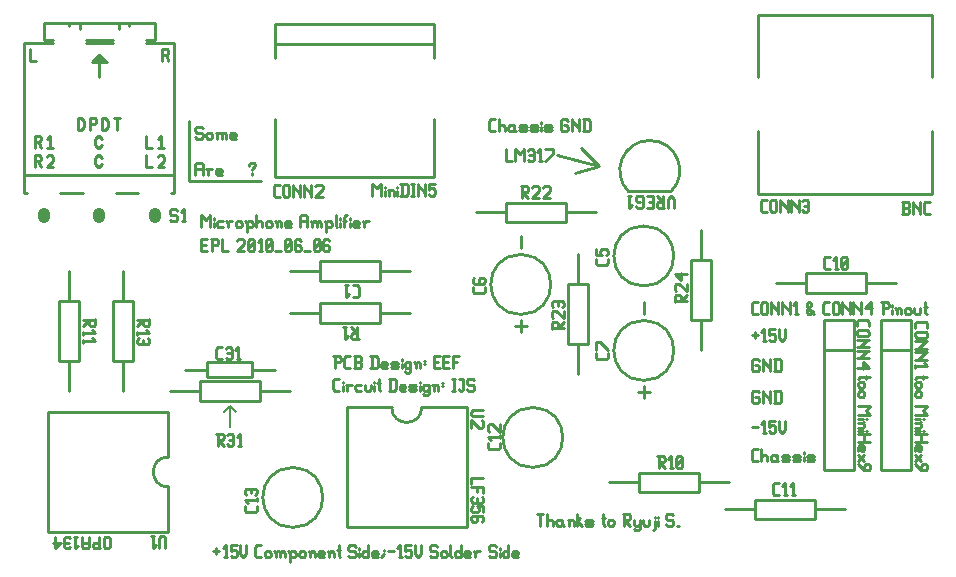
<source format=gbr>
G04 start of page 8 for group -4079 idx -4079 *
G04 Title: (unknown), topsilk *
G04 Creator: pcb 20110918 *
G04 CreationDate: Fri Dec 20 21:18:42 2013 UTC *
G04 For: fosse *
G04 Format: Gerber/RS-274X *
G04 PCB-Dimensions: 316500 193500 *
G04 PCB-Coordinate-Origin: lower left *
%MOIN*%
%FSLAX25Y25*%
%LNTOPSILK*%
%ADD171C,0.0400*%
%ADD170C,0.0060*%
%ADD169C,0.0100*%
G54D169*X62000Y135000D02*X86000D01*
X62000Y155000D02*Y135000D01*
G54D170*X75500Y60000D02*X73500Y58000D01*
G54D169*X198500Y140000D02*X184500Y143500D01*
X198500Y140000D02*X192500Y146000D01*
X198500Y140000D02*X190500Y137500D01*
G54D170*X75500Y53000D02*Y60000D01*
X77500Y58000D01*
G54D169*X162495Y151550D02*X163980D01*
X162000Y152045D02*X162495Y151550D01*
X162000Y155015D02*Y152045D01*
Y155015D02*X162495Y155510D01*
X163980D01*
X165168D02*Y151550D01*
Y153035D02*X165663Y153530D01*
X166653D01*
X167148Y153035D01*
Y151550D01*
X169821Y153530D02*X170316Y153035D01*
X168831Y153530D02*X169821D01*
X168336Y153035D02*X168831Y153530D01*
X168336Y153035D02*Y152045D01*
X168831Y151550D01*
X170316Y153530D02*Y152045D01*
X170811Y151550D01*
X168831D02*X169821D01*
X170316Y152045D01*
X172494Y151550D02*X173979D01*
X174474Y152045D01*
X173979Y152540D02*X174474Y152045D01*
X172494Y152540D02*X173979D01*
X171999Y153035D02*X172494Y152540D01*
X171999Y153035D02*X172494Y153530D01*
X173979D01*
X174474Y153035D01*
X171999Y152045D02*X172494Y151550D01*
X176157D02*X177642D01*
X178137Y152045D01*
X177642Y152540D02*X178137Y152045D01*
X176157Y152540D02*X177642D01*
X175662Y153035D02*X176157Y152540D01*
X175662Y153035D02*X176157Y153530D01*
X177642D01*
X178137Y153035D01*
X175662Y152045D02*X176157Y151550D01*
X179325Y154520D02*Y154025D01*
Y153035D02*Y151550D01*
X180810D02*X182295D01*
X182790Y152045D01*
X182295Y152540D02*X182790Y152045D01*
X180810Y152540D02*X182295D01*
X180315Y153035D02*X180810Y152540D01*
X180315Y153035D02*X180810Y153530D01*
X182295D01*
X182790Y153035D01*
X180315Y152045D02*X180810Y151550D01*
X187740Y155510D02*X188235Y155015D01*
X186255Y155510D02*X187740D01*
X185760Y155015D02*X186255Y155510D01*
X185760Y155015D02*Y152045D01*
X186255Y151550D01*
X187740D01*
X188235Y152045D01*
Y153035D02*Y152045D01*
X187740Y153530D02*X188235Y153035D01*
X186750Y153530D02*X187740D01*
X189423Y155510D02*Y151550D01*
Y155510D02*Y155015D01*
X191898Y152540D01*
Y155510D02*Y151550D01*
X193581Y155510D02*Y151550D01*
X195066Y155510D02*X195561Y155015D01*
Y152045D01*
X195066Y151550D02*X195561Y152045D01*
X193086Y151550D02*X195066D01*
X193086Y155510D02*X195066D01*
X123000Y134010D02*Y130050D01*
Y134010D02*X124485Y132525D01*
X125970Y134010D01*
Y130050D01*
X127158Y133020D02*Y132525D01*
Y131535D02*Y130050D01*
X128643Y131535D02*Y130050D01*
Y131535D02*X129138Y132030D01*
X129633D01*
X130128Y131535D01*
Y130050D01*
X128148Y132030D02*X128643Y131535D01*
X131316Y133020D02*Y132525D01*
Y131535D02*Y130050D01*
X132801Y134010D02*Y130050D01*
X134286Y134010D02*X134781Y133515D01*
Y130545D01*
X134286Y130050D02*X134781Y130545D01*
X132306Y130050D02*X134286D01*
X132306Y134010D02*X134286D01*
X135969D02*X136959D01*
X136464D02*Y130050D01*
X135969D02*X136959D01*
X138147Y134010D02*Y130050D01*
Y134010D02*Y133515D01*
X140622Y131040D01*
Y134010D02*Y130050D01*
X141810Y134010D02*X143790D01*
X141810D02*Y132030D01*
X142305Y132525D01*
X143295D01*
X143790Y132030D01*
Y130545D01*
X143295Y130050D02*X143790Y130545D01*
X142305Y130050D02*X143295D01*
X141810Y130545D02*X142305Y130050D01*
X167500Y145510D02*Y141550D01*
X169480D01*
X170668Y145510D02*Y141550D01*
Y145510D02*X172153Y144025D01*
X173638Y145510D01*
Y141550D01*
X174826Y145015D02*X175321Y145510D01*
X176311D01*
X176806Y145015D01*
Y142045D01*
X176311Y141550D02*X176806Y142045D01*
X175321Y141550D02*X176311D01*
X174826Y142045D02*X175321Y141550D01*
Y143530D02*X176806D01*
X178489Y141550D02*X179479D01*
X178984Y145510D02*Y141550D01*
X177994Y144520D02*X178984Y145510D01*
X180667Y141550D02*X183142Y144025D01*
Y145510D02*Y144025D01*
X180667Y145510D02*X183142D01*
X299500Y124050D02*X301480D01*
X301975Y124545D01*
Y125535D02*Y124545D01*
X301480Y126030D02*X301975Y125535D01*
X299995Y126030D02*X301480D01*
X299995Y128010D02*Y124050D01*
X299500Y128010D02*X301480D01*
X301975Y127515D01*
Y126525D01*
X301480Y126030D02*X301975Y126525D01*
X303163Y128010D02*Y124050D01*
Y128010D02*Y127515D01*
X305638Y125040D01*
Y128010D02*Y124050D01*
X307321D02*X308806D01*
X306826Y124545D02*X307321Y124050D01*
X306826Y127515D02*Y124545D01*
Y127515D02*X307321Y128010D01*
X308806D01*
X304545Y69505D02*X308010D01*
X304545D02*X304050Y69010D01*
X306525Y70000D02*Y69010D01*
X304545Y68020D02*X305535D01*
X306030Y67525D01*
Y66535D01*
X305535Y66040D01*
X304545D02*X305535D01*
X304050Y66535D02*X304545Y66040D01*
X304050Y67525D02*Y66535D01*
X304545Y68020D02*X304050Y67525D01*
X304545Y64852D02*X305535D01*
X306030Y64357D01*
Y63367D01*
X305535Y62872D01*
X304545D02*X305535D01*
X304050Y63367D02*X304545Y62872D01*
X304050Y64357D02*Y63367D01*
X304545Y64852D02*X304050Y64357D01*
Y59902D02*X308010D01*
X306525Y58417D01*
X308010Y56932D01*
X304050D02*X308010D01*
X306525Y55744D02*X307020D01*
X304050D02*X305535D01*
X304050Y54259D02*X305535D01*
X306030Y53764D01*
Y53269D01*
X305535Y52774D01*
X304050D02*X305535D01*
X306030Y54754D02*X305535Y54259D01*
X306525Y51586D02*X307020D01*
X304050D02*X305535D01*
X304050Y50596D02*X308010D01*
X304050Y48121D02*X308010D01*
X306030Y50596D02*Y48121D01*
X304050Y46438D02*Y44953D01*
X304545Y46933D02*X304050Y46438D01*
X304545Y46933D02*X305535D01*
X306030Y46438D01*
Y45448D01*
X305535Y44953D01*
X305040Y46933D02*Y44953D01*
X305535D01*
X306030Y43765D02*X304050Y41785D01*
Y43765D02*X306030Y41785D01*
X304050Y40597D02*X306030Y38617D01*
X307515D01*
X308010Y39112D02*X307515Y38617D01*
X308010Y40102D02*Y39112D01*
X307515Y40597D02*X308010Y40102D01*
X306525Y40597D02*X307515D01*
X306525D02*X306030Y40102D01*
Y38617D01*
X285545Y69505D02*X289010D01*
X285545D02*X285050Y69010D01*
X287525Y70000D02*Y69010D01*
X285545Y68020D02*X286535D01*
X287030Y67525D01*
Y66535D01*
X286535Y66040D01*
X285545D02*X286535D01*
X285050Y66535D02*X285545Y66040D01*
X285050Y67525D02*Y66535D01*
X285545Y68020D02*X285050Y67525D01*
X285545Y64852D02*X286535D01*
X287030Y64357D01*
Y63367D01*
X286535Y62872D01*
X285545D02*X286535D01*
X285050Y63367D02*X285545Y62872D01*
X285050Y64357D02*Y63367D01*
X285545Y64852D02*X285050Y64357D01*
Y59902D02*X289010D01*
X287525Y58417D01*
X289010Y56932D01*
X285050D02*X289010D01*
X287525Y55744D02*X288020D01*
X285050D02*X286535D01*
X285050Y54259D02*X286535D01*
X287030Y53764D01*
Y53269D01*
X286535Y52774D01*
X285050D02*X286535D01*
X287030Y54754D02*X286535Y54259D01*
X287525Y51586D02*X288020D01*
X285050D02*X286535D01*
X285050Y50596D02*X289010D01*
X285050Y48121D02*X289010D01*
X287030Y50596D02*Y48121D01*
X285050Y46438D02*Y44953D01*
X285545Y46933D02*X285050Y46438D01*
X285545Y46933D02*X286535D01*
X287030Y46438D01*
Y45448D01*
X286535Y44953D01*
X286040Y46933D02*Y44953D01*
X286535D01*
X287030Y43765D02*X285050Y41785D01*
Y43765D02*X287030Y41785D01*
X285050Y40597D02*X287030Y38617D01*
X288515D01*
X289010Y39112D02*X288515Y38617D01*
X289010Y40102D02*Y39112D01*
X288515Y40597D02*X289010Y40102D01*
X287525Y40597D02*X288515D01*
X287525D02*X287030Y40102D01*
Y38617D01*
X250000Y90500D02*X251500D01*
X249500Y91000D02*X250000Y90500D01*
X249500Y94000D02*Y91000D01*
Y94000D02*X250000Y94500D01*
X251500D01*
X252700Y94000D02*Y91000D01*
Y94000D02*X253200Y94500D01*
X254200D01*
X254700Y94000D01*
Y91000D01*
X254200Y90500D02*X254700Y91000D01*
X253200Y90500D02*X254200D01*
X252700Y91000D02*X253200Y90500D01*
X255900Y94500D02*Y90500D01*
Y94500D02*Y94000D01*
X258400Y91500D01*
Y94500D02*Y90500D01*
X259600Y94500D02*Y90500D01*
Y94500D02*Y94000D01*
X262100Y91500D01*
Y94500D02*Y90500D01*
X263800D02*X264800D01*
X264300Y94500D02*Y90500D01*
X263300Y93500D02*X264300Y94500D01*
X267800Y91000D02*X268300Y90500D01*
X267800Y94000D02*Y93000D01*
Y94000D02*X268300Y94500D01*
X267800Y92000D02*X269300Y93500D01*
X268300Y90500D02*X268800D01*
X269800Y91500D01*
X267800Y93000D02*X270300Y90500D01*
X268300Y94500D02*X268800D01*
X269300Y94000D01*
Y93500D01*
X267800Y92000D02*Y91000D01*
X273800Y90500D02*X275300D01*
X273300Y91000D02*X273800Y90500D01*
X273300Y94000D02*Y91000D01*
Y94000D02*X273800Y94500D01*
X275300D01*
X276500Y94000D02*Y91000D01*
Y94000D02*X277000Y94500D01*
X278000D01*
X278500Y94000D01*
Y91000D01*
X278000Y90500D02*X278500Y91000D01*
X277000Y90500D02*X278000D01*
X276500Y91000D02*X277000Y90500D01*
X279700Y94500D02*Y90500D01*
Y94500D02*Y94000D01*
X282200Y91500D01*
Y94500D02*Y90500D01*
X283400Y94500D02*Y90500D01*
Y94500D02*Y94000D01*
X285900Y91500D01*
Y94500D02*Y90500D01*
X287100Y92500D02*X289100Y94500D01*
X287100Y92500D02*X289600D01*
X289100Y94500D02*Y90500D01*
X293100Y94500D02*Y90500D01*
X292600Y94500D02*X294600D01*
X295100Y94000D01*
Y93000D01*
X294600Y92500D02*X295100Y93000D01*
X293100Y92500D02*X294600D01*
X296300Y93500D02*Y93000D01*
Y92000D02*Y90500D01*
X297800Y92000D02*Y90500D01*
Y92000D02*X298300Y92500D01*
X298800D01*
X299300Y92000D01*
Y90500D01*
X297300Y92500D02*X297800Y92000D01*
X300500D02*Y91000D01*
Y92000D02*X301000Y92500D01*
X302000D01*
X302500Y92000D01*
Y91000D01*
X302000Y90500D02*X302500Y91000D01*
X301000Y90500D02*X302000D01*
X300500Y91000D02*X301000Y90500D01*
X303700Y92500D02*Y91000D01*
X304200Y90500D01*
X305200D01*
X305700Y91000D01*
Y92500D02*Y91000D01*
X307400Y94500D02*Y91000D01*
X307900Y90500D01*
X306900Y93000D02*X307900D01*
X249500Y83530D02*X251480D01*
X250490Y84520D02*Y82540D01*
X253163Y81550D02*X254153D01*
X253658Y85510D02*Y81550D01*
X252668Y84520D02*X253658Y85510D01*
X255341D02*X257321D01*
X255341D02*Y83530D01*
X255836Y84025D01*
X256826D01*
X257321Y83530D01*
Y82045D01*
X256826Y81550D02*X257321Y82045D01*
X255836Y81550D02*X256826D01*
X255341Y82045D02*X255836Y81550D01*
X258509Y85510D02*Y82540D01*
X259499Y81550D01*
X260489Y82540D01*
Y85510D02*Y82540D01*
X251480Y75510D02*X251975Y75015D01*
X249995Y75510D02*X251480D01*
X249500Y75015D02*X249995Y75510D01*
X249500Y75015D02*Y72045D01*
X249995Y71550D01*
X251480D01*
X251975Y72045D01*
Y73035D02*Y72045D01*
X251480Y73530D02*X251975Y73035D01*
X250490Y73530D02*X251480D01*
X253163Y75510D02*Y71550D01*
Y75510D02*Y75015D01*
X255638Y72540D01*
Y75510D02*Y71550D01*
X257321Y75510D02*Y71550D01*
X258806Y75510D02*X259301Y75015D01*
Y72045D01*
X258806Y71550D02*X259301Y72045D01*
X256826Y71550D02*X258806D01*
X256826Y75510D02*X258806D01*
X251480Y65010D02*X251975Y64515D01*
X249995Y65010D02*X251480D01*
X249500Y64515D02*X249995Y65010D01*
X249500Y64515D02*Y61545D01*
X249995Y61050D01*
X251480D01*
X251975Y61545D01*
Y62535D02*Y61545D01*
X251480Y63030D02*X251975Y62535D01*
X250490Y63030D02*X251480D01*
X253163Y65010D02*Y61050D01*
Y65010D02*Y64515D01*
X255638Y62040D01*
Y65010D02*Y61050D01*
X257321Y65010D02*Y61050D01*
X258806Y65010D02*X259301Y64515D01*
Y61545D01*
X258806Y61050D02*X259301Y61545D01*
X256826Y61050D02*X258806D01*
X256826Y65010D02*X258806D01*
X249995Y41550D02*X251480D01*
X249500Y42045D02*X249995Y41550D01*
X249500Y45015D02*Y42045D01*
Y45015D02*X249995Y45510D01*
X251480D01*
X252668D02*Y41550D01*
Y43035D02*X253163Y43530D01*
X254153D01*
X254648Y43035D01*
Y41550D01*
X257321Y43530D02*X257816Y43035D01*
X256331Y43530D02*X257321D01*
X255836Y43035D02*X256331Y43530D01*
X255836Y43035D02*Y42045D01*
X256331Y41550D01*
X257816Y43530D02*Y42045D01*
X258311Y41550D01*
X256331D02*X257321D01*
X257816Y42045D01*
X259994Y41550D02*X261479D01*
X261974Y42045D01*
X261479Y42540D02*X261974Y42045D01*
X259994Y42540D02*X261479D01*
X259499Y43035D02*X259994Y42540D01*
X259499Y43035D02*X259994Y43530D01*
X261479D01*
X261974Y43035D01*
X259499Y42045D02*X259994Y41550D01*
X263657D02*X265142D01*
X265637Y42045D01*
X265142Y42540D02*X265637Y42045D01*
X263657Y42540D02*X265142D01*
X263162Y43035D02*X263657Y42540D01*
X263162Y43035D02*X263657Y43530D01*
X265142D01*
X265637Y43035D01*
X263162Y42045D02*X263657Y41550D01*
X266825Y44520D02*Y44025D01*
Y43035D02*Y41550D01*
X268310D02*X269795D01*
X270290Y42045D01*
X269795Y42540D02*X270290Y42045D01*
X268310Y42540D02*X269795D01*
X267815Y43035D02*X268310Y42540D01*
X267815Y43035D02*X268310Y43530D01*
X269795D01*
X270290Y43035D01*
X267815Y42045D02*X268310Y41550D01*
X249500Y53030D02*X251480D01*
X253163Y51050D02*X254153D01*
X253658Y55010D02*Y51050D01*
X252668Y54020D02*X253658Y55010D01*
X255341D02*X257321D01*
X255341D02*Y53030D01*
X255836Y53525D01*
X256826D01*
X257321Y53030D01*
Y51545D01*
X256826Y51050D02*X257321Y51545D01*
X255836Y51050D02*X256826D01*
X255341Y51545D02*X255836Y51050D01*
X258509Y55010D02*Y52040D01*
X259499Y51050D01*
X260489Y52040D01*
Y55010D02*Y52040D01*
X178000Y24000D02*X180000D01*
X179000D02*Y20000D01*
X181200Y24000D02*Y20000D01*
Y21500D02*X181700Y22000D01*
X182700D01*
X183200Y21500D01*
Y20000D01*
X185900Y22000D02*X186400Y21500D01*
X184900Y22000D02*X185900D01*
X184400Y21500D02*X184900Y22000D01*
X184400Y21500D02*Y20500D01*
X184900Y20000D01*
X186400Y22000D02*Y20500D01*
X186900Y20000D01*
X184900D02*X185900D01*
X186400Y20500D01*
X188600Y21500D02*Y20000D01*
Y21500D02*X189100Y22000D01*
X189600D01*
X190100Y21500D01*
Y20000D01*
X188100Y22000D02*X188600Y21500D01*
X191300Y24000D02*Y20000D01*
Y21500D02*X192800Y20000D01*
X191300Y21500D02*X192300Y22500D01*
X194500Y20000D02*X196000D01*
X196500Y20500D01*
X196000Y21000D02*X196500Y20500D01*
X194500Y21000D02*X196000D01*
X194000Y21500D02*X194500Y21000D01*
X194000Y21500D02*X194500Y22000D01*
X196000D01*
X196500Y21500D01*
X194000Y20500D02*X194500Y20000D01*
X200000Y24000D02*Y20500D01*
X200500Y20000D01*
X199500Y22500D02*X200500D01*
X201500Y21500D02*Y20500D01*
Y21500D02*X202000Y22000D01*
X203000D01*
X203500Y21500D01*
Y20500D01*
X203000Y20000D02*X203500Y20500D01*
X202000Y20000D02*X203000D01*
X201500Y20500D02*X202000Y20000D01*
X206500Y24000D02*X208500D01*
X209000Y23500D01*
Y22500D01*
X208500Y22000D02*X209000Y22500D01*
X207000Y22000D02*X208500D01*
X207000Y24000D02*Y20000D01*
Y22000D02*X209000Y20000D01*
X210200Y22000D02*Y20500D01*
X210700Y20000D01*
X212200Y22000D02*Y19000D01*
X211700Y18500D02*X212200Y19000D01*
X210700Y18500D02*X211700D01*
X210200Y19000D02*X210700Y18500D01*
Y20000D02*X211700D01*
X212200Y20500D01*
X213400Y22000D02*Y20500D01*
X213900Y20000D01*
X214900D01*
X215400Y20500D01*
Y22000D02*Y20500D01*
X217100Y23000D02*Y22500D01*
Y21500D02*Y19000D01*
X216600Y18500D02*X217100Y19000D01*
X218100Y23000D02*Y22500D01*
Y21500D02*Y20000D01*
X222900Y24000D02*X223400Y23500D01*
X221400Y24000D02*X222900D01*
X220900Y23500D02*X221400Y24000D01*
X220900Y23500D02*Y22500D01*
X221400Y22000D01*
X222900D01*
X223400Y21500D01*
Y20500D01*
X222900Y20000D02*X223400Y20500D01*
X221400Y20000D02*X222900D01*
X220900Y20500D02*X221400Y20000D01*
X224600D02*X225100D01*
X156050Y36000D02*X160010D01*
X156050D02*Y34020D01*
Y32832D02*X160010D01*
Y30852D01*
X158030Y32832D02*Y31347D01*
X159515Y29664D02*X160010Y29169D01*
Y28179D01*
X159515Y27684D01*
X156545D02*X159515D01*
X156050Y28179D02*X156545Y27684D01*
X156050Y29169D02*Y28179D01*
X156545Y29664D02*X156050Y29169D01*
X158030D02*Y27684D01*
X160010Y26496D02*Y24516D01*
X158030Y26496D02*X160010D01*
X158030D02*X158525Y26001D01*
Y25011D01*
X158030Y24516D01*
X156545D02*X158030D01*
X156050Y25011D02*X156545Y24516D01*
X156050Y26001D02*Y25011D01*
X156545Y26496D02*X156050Y26001D01*
X160010Y21843D02*X159515Y21348D01*
X160010Y22833D02*Y21843D01*
X159515Y23328D02*X160010Y22833D01*
X156545Y23328D02*X159515D01*
X156545D02*X156050Y22833D01*
X158030Y21843D02*X157535Y21348D01*
X158030Y23328D02*Y21843D01*
X156050Y22833D02*Y21843D01*
X156545Y21348D01*
X157535D01*
X70000Y11530D02*X71980D01*
X70990Y12520D02*Y10540D01*
X73663Y9550D02*X74653D01*
X74158Y13510D02*Y9550D01*
X73168Y12520D02*X74158Y13510D01*
X75841D02*X77821D01*
X75841D02*Y11530D01*
X76336Y12025D01*
X77326D01*
X77821Y11530D01*
Y10045D01*
X77326Y9550D02*X77821Y10045D01*
X76336Y9550D02*X77326D01*
X75841Y10045D02*X76336Y9550D01*
X79009Y13510D02*Y10540D01*
X79999Y9550D01*
X80989Y10540D01*
Y13510D02*Y10540D01*
X84454Y9550D02*X85939D01*
X83959Y10045D02*X84454Y9550D01*
X83959Y13015D02*Y10045D01*
Y13015D02*X84454Y13510D01*
X85939D01*
X87127Y11035D02*Y10045D01*
Y11035D02*X87622Y11530D01*
X88612D01*
X89107Y11035D01*
Y10045D01*
X88612Y9550D02*X89107Y10045D01*
X87622Y9550D02*X88612D01*
X87127Y10045D02*X87622Y9550D01*
X90790Y11035D02*Y9550D01*
Y11035D02*X91285Y11530D01*
X91780D01*
X92275Y11035D01*
Y9550D01*
Y11035D02*X92770Y11530D01*
X93265D01*
X93760Y11035D01*
Y9550D01*
X90295Y11530D02*X90790Y11035D01*
X95443D02*Y8065D01*
X94948Y11530D02*X95443Y11035D01*
X95938Y11530D01*
X96928D01*
X97423Y11035D01*
Y10045D01*
X96928Y9550D02*X97423Y10045D01*
X95938Y9550D02*X96928D01*
X95443Y10045D02*X95938Y9550D01*
X98611Y11035D02*Y10045D01*
Y11035D02*X99106Y11530D01*
X100096D01*
X100591Y11035D01*
Y10045D01*
X100096Y9550D02*X100591Y10045D01*
X99106Y9550D02*X100096D01*
X98611Y10045D02*X99106Y9550D01*
X102274Y11035D02*Y9550D01*
Y11035D02*X102769Y11530D01*
X103264D01*
X103759Y11035D01*
Y9550D01*
X101779Y11530D02*X102274Y11035D01*
X105442Y9550D02*X106927D01*
X104947Y10045D02*X105442Y9550D01*
X104947Y11035D02*Y10045D01*
Y11035D02*X105442Y11530D01*
X106432D01*
X106927Y11035D01*
X104947Y10540D02*X106927D01*
Y11035D02*Y10540D01*
X108610Y11035D02*Y9550D01*
Y11035D02*X109105Y11530D01*
X109600D01*
X110095Y11035D01*
Y9550D01*
X108115Y11530D02*X108610Y11035D01*
X111778Y13510D02*Y10045D01*
X112273Y9550D01*
X111283Y12025D02*X112273D01*
X117025Y13510D02*X117520Y13015D01*
X115540Y13510D02*X117025D01*
X115045Y13015D02*X115540Y13510D01*
X115045Y13015D02*Y12025D01*
X115540Y11530D01*
X117025D01*
X117520Y11035D01*
Y10045D01*
X117025Y9550D02*X117520Y10045D01*
X115540Y9550D02*X117025D01*
X115045Y10045D02*X115540Y9550D01*
X118708Y12520D02*Y12025D01*
Y11035D02*Y9550D01*
X121678Y13510D02*Y9550D01*
X121183D02*X121678Y10045D01*
X120193Y9550D02*X121183D01*
X119698Y10045D02*X120193Y9550D01*
X119698Y11035D02*Y10045D01*
Y11035D02*X120193Y11530D01*
X121183D01*
X121678Y11035D01*
X123361Y9550D02*X124846D01*
X122866Y10045D02*X123361Y9550D01*
X122866Y11035D02*Y10045D01*
Y11035D02*X123361Y11530D01*
X124351D01*
X124846Y11035D01*
X122866Y10540D02*X124846D01*
Y11035D02*Y10540D01*
X126034Y9550D02*X127024Y10540D01*
Y12025D02*Y11530D01*
X128212D02*X130192D01*
X131875Y9550D02*X132865D01*
X132370Y13510D02*Y9550D01*
X131380Y12520D02*X132370Y13510D01*
X134053D02*X136033D01*
X134053D02*Y11530D01*
X134548Y12025D01*
X135538D01*
X136033Y11530D01*
Y10045D01*
X135538Y9550D02*X136033Y10045D01*
X134548Y9550D02*X135538D01*
X134053Y10045D02*X134548Y9550D01*
X137221Y13510D02*Y10540D01*
X138211Y9550D01*
X139201Y10540D01*
Y13510D02*Y10540D01*
X144151Y13510D02*X144646Y13015D01*
X142666Y13510D02*X144151D01*
X142171Y13015D02*X142666Y13510D01*
X142171Y13015D02*Y12025D01*
X142666Y11530D01*
X144151D01*
X144646Y11035D01*
Y10045D01*
X144151Y9550D02*X144646Y10045D01*
X142666Y9550D02*X144151D01*
X142171Y10045D02*X142666Y9550D01*
X145834Y11035D02*Y10045D01*
Y11035D02*X146329Y11530D01*
X147319D01*
X147814Y11035D01*
Y10045D01*
X147319Y9550D02*X147814Y10045D01*
X146329Y9550D02*X147319D01*
X145834Y10045D02*X146329Y9550D01*
X149002Y13510D02*Y10045D01*
X149497Y9550D01*
X152467Y13510D02*Y9550D01*
X151972D02*X152467Y10045D01*
X150982Y9550D02*X151972D01*
X150487Y10045D02*X150982Y9550D01*
X150487Y11035D02*Y10045D01*
Y11035D02*X150982Y11530D01*
X151972D01*
X152467Y11035D01*
X154150Y9550D02*X155635D01*
X153655Y10045D02*X154150Y9550D01*
X153655Y11035D02*Y10045D01*
Y11035D02*X154150Y11530D01*
X155140D01*
X155635Y11035D01*
X153655Y10540D02*X155635D01*
Y11035D02*Y10540D01*
X157318Y11035D02*Y9550D01*
Y11035D02*X157813Y11530D01*
X158803D01*
X156823D02*X157318Y11035D01*
X163753Y13510D02*X164248Y13015D01*
X162268Y13510D02*X163753D01*
X161773Y13015D02*X162268Y13510D01*
X161773Y13015D02*Y12025D01*
X162268Y11530D01*
X163753D01*
X164248Y11035D01*
Y10045D01*
X163753Y9550D02*X164248Y10045D01*
X162268Y9550D02*X163753D01*
X161773Y10045D02*X162268Y9550D01*
X165436Y12520D02*Y12025D01*
Y11035D02*Y9550D01*
X168406Y13510D02*Y9550D01*
X167911D02*X168406Y10045D01*
X166921Y9550D02*X167911D01*
X166426Y10045D02*X166921Y9550D01*
X166426Y11035D02*Y10045D01*
Y11035D02*X166921Y11530D01*
X167911D01*
X168406Y11035D01*
X170089Y9550D02*X171574D01*
X169594Y10045D02*X170089Y9550D01*
X169594Y11035D02*Y10045D01*
Y11035D02*X170089Y11530D01*
X171079D01*
X171574Y11035D01*
X169594Y10540D02*X171574D01*
Y11035D02*Y10540D01*
X35500Y15955D02*Y12985D01*
X35005Y12490D01*
X34015D02*X35005D01*
X34015D02*X33520Y12985D01*
Y15955D02*Y12985D01*
X34015Y16450D02*X33520Y15955D01*
X34015Y16450D02*X35005D01*
X35500Y15955D02*X35005Y16450D01*
X31837D02*Y12490D01*
X30352D02*X32332D01*
X30352D02*X29857Y12985D01*
Y13975D02*Y12985D01*
X30352Y14470D02*X29857Y13975D01*
X30352Y14470D02*X31837D01*
X28669Y16450D02*Y12985D01*
X28174Y12490D01*
X26689D02*X28174D01*
X26689D02*X26194Y12985D01*
Y16450D02*Y12985D01*
Y14470D02*X28669D01*
X23521Y16450D02*X24511D01*
X24016D02*Y12490D01*
X25006Y13480D02*X24016Y12490D01*
X22333Y12985D02*X21838Y12490D01*
X20848D02*X21838D01*
X20848D02*X20353Y12985D01*
Y15955D02*Y12985D01*
X20848Y16450D02*X20353Y15955D01*
X20848Y16450D02*X21838D01*
X22333Y15955D02*X21838Y16450D01*
X20353Y14470D02*X21838D01*
X19165D02*X17185Y12490D01*
X16690Y14470D02*X19165D01*
X17185Y16450D02*Y12490D01*
X110495Y65050D02*X111980D01*
X110000Y65545D02*X110495Y65050D01*
X110000Y68515D02*Y65545D01*
Y68515D02*X110495Y69010D01*
X111980D01*
X113168Y68020D02*Y67525D01*
Y66535D02*Y65050D01*
X114653Y66535D02*Y65050D01*
Y66535D02*X115148Y67030D01*
X116138D01*
X114158D02*X114653Y66535D01*
X117821Y67030D02*X119306D01*
X117326Y66535D02*X117821Y67030D01*
X117326Y66535D02*Y65545D01*
X117821Y65050D01*
X119306D01*
X120494Y67030D02*Y65545D01*
X120989Y65050D01*
X121979D01*
X122474Y65545D01*
Y67030D02*Y65545D01*
X123662Y68020D02*Y67525D01*
Y66535D02*Y65050D01*
X125147Y69010D02*Y65545D01*
X125642Y65050D01*
X124652Y67525D02*X125642D01*
X128909Y69010D02*Y65050D01*
X130394Y69010D02*X130889Y68515D01*
Y65545D01*
X130394Y65050D02*X130889Y65545D01*
X128414Y65050D02*X130394D01*
X128414Y69010D02*X130394D01*
X132572Y65050D02*X134057D01*
X132077Y65545D02*X132572Y65050D01*
X132077Y66535D02*Y65545D01*
Y66535D02*X132572Y67030D01*
X133562D01*
X134057Y66535D01*
X132077Y66040D02*X134057D01*
Y66535D02*Y66040D01*
X135740Y65050D02*X137225D01*
X137720Y65545D01*
X137225Y66040D02*X137720Y65545D01*
X135740Y66040D02*X137225D01*
X135245Y66535D02*X135740Y66040D01*
X135245Y66535D02*X135740Y67030D01*
X137225D01*
X137720Y66535D01*
X135245Y65545D02*X135740Y65050D01*
X138908Y68020D02*Y67525D01*
Y66535D02*Y65050D01*
X141383Y67030D02*X141878Y66535D01*
X140393Y67030D02*X141383D01*
X139898Y66535D02*X140393Y67030D01*
X139898Y66535D02*Y65545D01*
X140393Y65050D01*
X141383D01*
X141878Y65545D01*
X139898Y64060D02*X140393Y63565D01*
X141383D01*
X141878Y64060D01*
Y67030D02*Y64060D01*
X143561Y66535D02*Y65050D01*
Y66535D02*X144056Y67030D01*
X144551D01*
X145046Y66535D01*
Y65050D01*
X143066Y67030D02*X143561Y66535D01*
X146234Y67525D02*X146729D01*
X146234Y66535D02*X146729D01*
X149699Y69010D02*X150689D01*
X150194D02*Y65050D01*
X149699D02*X150689D01*
X151877Y69010D02*X153362D01*
Y65545D01*
X152867Y65050D02*X153362Y65545D01*
X152372Y65050D02*X152867D01*
X151877Y65545D02*X152372Y65050D01*
X156530Y69010D02*X157025Y68515D01*
X155045Y69010D02*X156530D01*
X154550Y68515D02*X155045Y69010D01*
X154550Y68515D02*Y67525D01*
X155045Y67030D01*
X156530D01*
X157025Y66535D01*
Y65545D01*
X156530Y65050D02*X157025Y65545D01*
X155045Y65050D02*X156530D01*
X154550Y65545D02*X155045Y65050D01*
X110495Y76510D02*Y72550D01*
X110000Y76510D02*X111980D01*
X112475Y76015D01*
Y75025D01*
X111980Y74530D02*X112475Y75025D01*
X110495Y74530D02*X111980D01*
X114158Y72550D02*X115643D01*
X113663Y73045D02*X114158Y72550D01*
X113663Y76015D02*Y73045D01*
Y76015D02*X114158Y76510D01*
X115643D01*
X116831Y72550D02*X118811D01*
X119306Y73045D01*
Y74035D02*Y73045D01*
X118811Y74530D02*X119306Y74035D01*
X117326Y74530D02*X118811D01*
X117326Y76510D02*Y72550D01*
X116831Y76510D02*X118811D01*
X119306Y76015D01*
Y75025D01*
X118811Y74530D02*X119306Y75025D01*
X122771Y76510D02*Y72550D01*
X124256Y76510D02*X124751Y76015D01*
Y73045D01*
X124256Y72550D02*X124751Y73045D01*
X122276Y72550D02*X124256D01*
X122276Y76510D02*X124256D01*
X126434Y72550D02*X127919D01*
X125939Y73045D02*X126434Y72550D01*
X125939Y74035D02*Y73045D01*
Y74035D02*X126434Y74530D01*
X127424D01*
X127919Y74035D01*
X125939Y73540D02*X127919D01*
Y74035D02*Y73540D01*
X129602Y72550D02*X131087D01*
X131582Y73045D01*
X131087Y73540D02*X131582Y73045D01*
X129602Y73540D02*X131087D01*
X129107Y74035D02*X129602Y73540D01*
X129107Y74035D02*X129602Y74530D01*
X131087D01*
X131582Y74035D01*
X129107Y73045D02*X129602Y72550D01*
X132770Y75520D02*Y75025D01*
Y74035D02*Y72550D01*
X135245Y74530D02*X135740Y74035D01*
X134255Y74530D02*X135245D01*
X133760Y74035D02*X134255Y74530D01*
X133760Y74035D02*Y73045D01*
X134255Y72550D01*
X135245D01*
X135740Y73045D01*
X133760Y71560D02*X134255Y71065D01*
X135245D01*
X135740Y71560D01*
Y74530D02*Y71560D01*
X137423Y74035D02*Y72550D01*
Y74035D02*X137918Y74530D01*
X138413D01*
X138908Y74035D01*
Y72550D01*
X136928Y74530D02*X137423Y74035D01*
X140096Y75025D02*X140591D01*
X140096Y74035D02*X140591D01*
X143561Y74530D02*X145046D01*
X143561Y72550D02*X145541D01*
X143561Y76510D02*Y72550D01*
Y76510D02*X145541D01*
X146729Y74530D02*X148214D01*
X146729Y72550D02*X148709D01*
X146729Y76510D02*Y72550D01*
Y76510D02*X148709D01*
X149897D02*Y72550D01*
Y76510D02*X151877D01*
X149897Y74530D02*X151382D01*
X64000Y140515D02*Y137050D01*
Y140515D02*X64495Y141010D01*
X65980D01*
X66475Y140515D01*
Y137050D01*
X64000Y139030D02*X66475D01*
X68158Y138535D02*Y137050D01*
Y138535D02*X68653Y139030D01*
X69643D01*
X67663D02*X68158Y138535D01*
X71326Y137050D02*X72811D01*
X70831Y137545D02*X71326Y137050D01*
X70831Y138535D02*Y137545D01*
Y138535D02*X71326Y139030D01*
X72316D01*
X72811Y138535D01*
X70831Y138040D02*X72811D01*
Y138535D02*Y138040D01*
X82990Y139030D02*Y138535D01*
Y137545D02*Y137050D01*
X82000Y140515D02*Y140020D01*
Y140515D02*X82495Y141010D01*
X83485D01*
X83980Y140515D01*
Y140020D01*
X82990Y139030D02*X83980Y140020D01*
X66000Y113500D02*X67500D01*
X66000Y111500D02*X68000D01*
X66000Y115500D02*Y111500D01*
Y115500D02*X68000D01*
X69700D02*Y111500D01*
X69200Y115500D02*X71200D01*
X71700Y115000D01*
Y114000D01*
X71200Y113500D02*X71700Y114000D01*
X69700Y113500D02*X71200D01*
X72900Y115500D02*Y111500D01*
X74900D01*
X77900Y115000D02*X78400Y115500D01*
X79900D01*
X80400Y115000D01*
Y114000D01*
X77900Y111500D02*X80400Y114000D01*
X77900Y111500D02*X80400D01*
X81600Y112000D02*X82100Y111500D01*
X81600Y115000D02*Y112000D01*
Y115000D02*X82100Y115500D01*
X83100D01*
X83600Y115000D01*
Y112000D01*
X83100Y111500D02*X83600Y112000D01*
X82100Y111500D02*X83100D01*
X81600Y112500D02*X83600Y114500D01*
X85300Y111500D02*X86300D01*
X85800Y115500D02*Y111500D01*
X84800Y114500D02*X85800Y115500D01*
X87500Y112000D02*X88000Y111500D01*
X87500Y115000D02*Y112000D01*
Y115000D02*X88000Y115500D01*
X89000D01*
X89500Y115000D01*
Y112000D01*
X89000Y111500D02*X89500Y112000D01*
X88000Y111500D02*X89000D01*
X87500Y112500D02*X89500Y114500D01*
X90700Y111500D02*X92700D01*
X93900Y112000D02*X94400Y111500D01*
X93900Y115000D02*Y112000D01*
Y115000D02*X94400Y115500D01*
X95400D01*
X95900Y115000D01*
Y112000D01*
X95400Y111500D02*X95900Y112000D01*
X94400Y111500D02*X95400D01*
X93900Y112500D02*X95900Y114500D01*
X98600Y115500D02*X99100Y115000D01*
X97600Y115500D02*X98600D01*
X97100Y115000D02*X97600Y115500D01*
X97100Y115000D02*Y112000D01*
X97600Y111500D01*
X98600Y113500D02*X99100Y113000D01*
X97100Y113500D02*X98600D01*
X97600Y111500D02*X98600D01*
X99100Y112000D01*
Y113000D02*Y112000D01*
X100300Y111500D02*X102300D01*
X103500Y112000D02*X104000Y111500D01*
X103500Y115000D02*Y112000D01*
Y115000D02*X104000Y115500D01*
X105000D01*
X105500Y115000D01*
Y112000D01*
X105000Y111500D02*X105500Y112000D01*
X104000Y111500D02*X105000D01*
X103500Y112500D02*X105500Y114500D01*
X108200Y115500D02*X108700Y115000D01*
X107200Y115500D02*X108200D01*
X106700Y115000D02*X107200Y115500D01*
X106700Y115000D02*Y112000D01*
X107200Y111500D01*
X108200Y113500D02*X108700Y113000D01*
X106700Y113500D02*X108200D01*
X107200Y111500D02*X108200D01*
X108700Y112000D01*
Y113000D02*Y112000D01*
X66000Y123510D02*Y119550D01*
Y123510D02*X67485Y122025D01*
X68970Y123510D01*
Y119550D01*
X70158Y122520D02*Y122025D01*
Y121035D02*Y119550D01*
X71643Y121530D02*X73128D01*
X71148Y121035D02*X71643Y121530D01*
X71148Y121035D02*Y120045D01*
X71643Y119550D01*
X73128D01*
X74811Y121035D02*Y119550D01*
Y121035D02*X75306Y121530D01*
X76296D01*
X74316D02*X74811Y121035D01*
X77484D02*Y120045D01*
Y121035D02*X77979Y121530D01*
X78969D01*
X79464Y121035D01*
Y120045D01*
X78969Y119550D02*X79464Y120045D01*
X77979Y119550D02*X78969D01*
X77484Y120045D02*X77979Y119550D01*
X81147Y121035D02*Y118065D01*
X80652Y121530D02*X81147Y121035D01*
X81642Y121530D01*
X82632D01*
X83127Y121035D01*
Y120045D01*
X82632Y119550D02*X83127Y120045D01*
X81642Y119550D02*X82632D01*
X81147Y120045D02*X81642Y119550D01*
X84315Y123510D02*Y119550D01*
Y121035D02*X84810Y121530D01*
X85800D01*
X86295Y121035D01*
Y119550D01*
X87483Y121035D02*Y120045D01*
Y121035D02*X87978Y121530D01*
X88968D01*
X89463Y121035D01*
Y120045D01*
X88968Y119550D02*X89463Y120045D01*
X87978Y119550D02*X88968D01*
X87483Y120045D02*X87978Y119550D01*
X91146Y121035D02*Y119550D01*
Y121035D02*X91641Y121530D01*
X92136D01*
X92631Y121035D01*
Y119550D01*
X90651Y121530D02*X91146Y121035D01*
X94314Y119550D02*X95799D01*
X93819Y120045D02*X94314Y119550D01*
X93819Y121035D02*Y120045D01*
Y121035D02*X94314Y121530D01*
X95304D01*
X95799Y121035D01*
X93819Y120540D02*X95799D01*
Y121035D02*Y120540D01*
X98769Y123015D02*Y119550D01*
Y123015D02*X99264Y123510D01*
X100749D01*
X101244Y123015D01*
Y119550D01*
X98769Y121530D02*X101244D01*
X102927Y121035D02*Y119550D01*
Y121035D02*X103422Y121530D01*
X103917D01*
X104412Y121035D01*
Y119550D01*
Y121035D02*X104907Y121530D01*
X105402D01*
X105897Y121035D01*
Y119550D01*
X102432Y121530D02*X102927Y121035D01*
X107580D02*Y118065D01*
X107085Y121530D02*X107580Y121035D01*
X108075Y121530D01*
X109065D01*
X109560Y121035D01*
Y120045D01*
X109065Y119550D02*X109560Y120045D01*
X108075Y119550D02*X109065D01*
X107580Y120045D02*X108075Y119550D01*
X110748Y123510D02*Y120045D01*
X111243Y119550D01*
X112233Y122520D02*Y122025D01*
Y121035D02*Y119550D01*
X113718Y123015D02*Y119550D01*
Y123015D02*X114213Y123510D01*
X114708D01*
X113223Y121530D02*X114213D01*
X115698Y122520D02*Y122025D01*
Y121035D02*Y119550D01*
X117183D02*X118668D01*
X116688Y120045D02*X117183Y119550D01*
X116688Y121035D02*Y120045D01*
Y121035D02*X117183Y121530D01*
X118173D01*
X118668Y121035D01*
X116688Y120540D02*X118668D01*
Y121035D02*Y120540D01*
X120351Y121035D02*Y119550D01*
Y121035D02*X120846Y121530D01*
X121836D01*
X119856D02*X120351Y121035D01*
X65980Y153010D02*X66475Y152515D01*
X64495Y153010D02*X65980D01*
X64000Y152515D02*X64495Y153010D01*
X64000Y152515D02*Y151525D01*
X64495Y151030D01*
X65980D01*
X66475Y150535D01*
Y149545D01*
X65980Y149050D02*X66475Y149545D01*
X64495Y149050D02*X65980D01*
X64000Y149545D02*X64495Y149050D01*
X67663Y150535D02*Y149545D01*
Y150535D02*X68158Y151030D01*
X69148D01*
X69643Y150535D01*
Y149545D01*
X69148Y149050D02*X69643Y149545D01*
X68158Y149050D02*X69148D01*
X67663Y149545D02*X68158Y149050D01*
X71326Y150535D02*Y149050D01*
Y150535D02*X71821Y151030D01*
X72316D01*
X72811Y150535D01*
Y149050D01*
Y150535D02*X73306Y151030D01*
X73801D01*
X74296Y150535D01*
Y149050D01*
X70831Y151030D02*X71326Y150535D01*
X75979Y149050D02*X77464D01*
X75484Y149545D02*X75979Y149050D01*
X75484Y150535D02*Y149545D01*
Y150535D02*X75979Y151030D01*
X76969D01*
X77464Y150535D01*
X75484Y150040D02*X77464D01*
Y150535D02*Y150040D01*
G54D171*X50500Y124000D02*Y123000D01*
G54D169*X57000Y131000D02*Y181000D01*
X42000Y186500D02*Y187500D01*
X8000Y131000D02*X7000D01*
X57000D02*X56000D01*
X19000D02*X26500D01*
X37500D02*X45000D01*
X25500Y185500D02*Y187500D01*
X22000Y186500D02*Y187500D01*
X7000Y181000D02*X16500D01*
X27500D02*X36500D01*
X57000D02*X47500D01*
X16500Y182000D02*X13500D01*
Y187500D01*
X50500D01*
Y182000D01*
X47500D01*
X36500D02*X27500D01*
X38500Y185500D02*Y187500D01*
G54D171*X13500Y124000D02*Y123000D01*
X32000Y124000D02*Y123000D01*
G54D169*X7000Y181000D02*Y131000D01*
Y137000D02*X57000D01*
X32000Y177000D02*Y169500D01*
Y177000D02*X29500Y174500D01*
X34500D01*
X32000Y177000D01*
Y176000D02*X33500Y174500D01*
X30500D02*X32000Y176000D01*
X25000Y156000D02*Y152000D01*
X26000D01*
X27000Y153000D01*
Y155000D01*
X26000Y156000D01*
X25000D01*
X29000Y152000D02*Y156000D01*
X30500D01*
X31000Y155500D01*
Y154500D01*
X30500Y154000D01*
X29500D01*
X35000Y155000D02*X34000Y156000D01*
X33000D01*
X12000Y150000D02*X12500Y149500D01*
Y148500D01*
X12000Y148000D01*
X11000D01*
X10500Y143500D02*X12000D01*
X12500Y143000D01*
Y142000D01*
X12000Y141500D01*
X11000D01*
X12000Y147500D02*X12500Y146000D01*
X12000Y141000D02*X12500Y139500D01*
X53000Y179000D02*Y175000D01*
Y179000D02*X54500D01*
X55000Y178500D01*
Y177500D01*
X54500Y177000D01*
X53500D01*
X54500Y176500D02*X55000Y175000D01*
X9000Y179000D02*Y175000D01*
X11000D01*
X16500Y143000D02*Y141500D01*
X10500Y143500D02*Y139500D01*
X14500Y146000D02*X16500D01*
X15500D02*Y150000D01*
X14500Y149000D01*
X47500Y139500D02*X49500D01*
X14500D02*X16500D01*
X52000Y143500D02*X53000D01*
X51500Y143000D02*X52000Y143500D01*
X53000D02*X53500Y143000D01*
Y141500D01*
X51500Y139500D01*
X53500D01*
X47500Y150000D02*Y146000D01*
X49500D01*
X51500D02*X53500D01*
X52500D02*Y150000D01*
X51500Y149000D01*
X47500Y143500D02*Y139500D01*
X16500Y141500D02*X14500Y139500D01*
Y143000D02*X15000Y143500D01*
X16000D02*X16500Y143000D01*
X15000Y143500D02*X16000D01*
X10500Y150000D02*Y146000D01*
Y150000D02*X12000D01*
X33000Y156000D02*Y152000D01*
X34000D01*
X35000Y153000D01*
Y155000D01*
X37000Y156000D02*X39000D01*
X38000D02*Y152000D01*
X30500Y142500D02*Y140500D01*
Y149000D02*Y147000D01*
X31500Y150000D02*X30500Y149000D01*
Y147000D02*X31500Y146000D01*
X32000D02*X33000Y147000D01*
X31500Y146000D02*X32000D01*
Y150000D02*X31500D01*
X33000Y142500D02*X32000Y143500D01*
X31500D01*
X30500Y142500D01*
Y140500D02*X31500Y139500D01*
X32000D02*X33000Y140500D01*
X31500Y139500D02*X32000D01*
X33000Y149000D02*X32000Y150000D01*
X15000Y58000D02*X55000D01*
X15000D02*Y18000D01*
X55000D01*
Y58000D02*Y43000D01*
Y33000D02*Y18000D01*
Y43000D02*G75*G03X55000Y33000I0J-5000D01*G01*
X96500Y19500D02*G75*G03X96500Y19500I0J10000D01*G01*
X40000Y105000D02*Y95000D01*
Y75000D02*Y65000D01*
X43300Y95000D02*Y75000D01*
X36700D02*X43300D01*
X36700Y95000D02*Y75000D01*
Y95000D02*X43300D01*
X68000Y74500D02*Y69500D01*
X83000D01*
Y74500D02*Y69500D01*
X68000Y74500D02*X83000D01*
Y72000D02*X90500D01*
X60500D02*X68000D01*
X22000Y105000D02*Y95000D01*
Y75000D02*Y65000D01*
X25300Y95000D02*Y75000D01*
X18700D02*X25300D01*
X18700Y95000D02*Y75000D01*
Y95000D02*X25300D01*
X55500Y65000D02*X65500D01*
X85500D02*X95500D01*
X65500Y68300D02*X85500D01*
Y61700D01*
X65500D02*X85500D01*
X65500Y68300D02*Y61700D01*
X191500Y80500D02*Y70500D01*
Y110500D02*Y100500D01*
X188200D02*Y80500D01*
Y100500D02*X194800D01*
Y80500D01*
X188200D02*X194800D01*
X172500Y88500D02*Y84500D01*
X170500Y86500D02*X174500D01*
X172500Y116500D02*Y112500D01*
Y90500D02*G75*G03X172500Y90500I0J10000D01*G01*
X176500Y39500D02*G75*G03X176500Y39500I0J10000D01*G01*
X309500Y190350D02*X251500D01*
X309500Y130650D02*Y151500D01*
X251500Y130650D02*X309500D01*
X251500Y190350D02*Y169500D01*
X309500Y190350D02*Y169500D01*
X251500Y130650D02*Y151500D01*
X309500Y189516D03*
X208500Y131500D02*X222500D01*
X222571Y131429D02*G75*G03X208429Y131429I-7071J7071D01*G01*
X90425Y180500D02*X143574D01*
X90425Y136406D02*Y155737D01*
Y187390D02*X143575D01*
Y136406D02*X90425D01*
Y187390D02*Y176052D01*
X143575Y187390D02*Y176052D01*
Y136406D02*Y155737D01*
X157500Y124500D02*X167500D01*
X187500D02*X197500D01*
X167500Y127800D02*X187500D01*
Y121200D01*
X167500D01*
Y127800D01*
X213500Y100000D02*G75*G03X213500Y100000I0J10000D01*G01*
X232500Y88500D02*Y78500D01*
Y118500D02*Y108500D01*
X229200D02*Y88500D01*
Y108500D02*X235800D01*
Y88500D01*
X229200D02*X235800D01*
X213500Y66500D02*Y62500D01*
X211500Y64500D02*X215500D01*
X213500Y94500D02*Y90500D01*
Y68500D02*G75*G03X213500Y68500I0J10000D01*G01*
X302500Y78500D02*Y88500D01*
X292500Y78500D02*X302500D01*
Y88500D02*X292500D01*
X302500Y38500D02*Y88500D01*
X292500Y38500D02*X302500D01*
X292500Y88500D02*Y38500D01*
X283500Y78500D02*Y88500D01*
X273500Y78500D02*X283500D01*
Y88500D02*X273500D01*
X283500Y38500D02*Y88500D01*
X273500Y38500D02*X283500D01*
X273500Y88500D02*Y38500D01*
X257500Y101000D02*X267500D01*
X287500D02*X297500D01*
X267500Y104300D02*X287500D01*
Y97700D01*
X267500D01*
Y104300D01*
X212000Y37800D02*Y31200D01*
X232000D01*
Y37800D02*Y31200D01*
X212000Y37800D02*X232000D01*
Y34500D02*X242000D01*
X202000D02*X212000D01*
X240500Y25500D02*X250500D01*
X270500D02*X280500D01*
X250500Y28800D02*X270500D01*
Y22200D01*
X250500D02*X270500D01*
X250500Y28800D02*Y22200D01*
X114500Y59500D02*Y19500D01*
X154500D01*
Y59500D01*
X114500D02*X129500D01*
X139500D02*X154500D01*
X129500D02*G75*G03X139500Y59500I5000J0D01*G01*
X125500Y105000D02*X135500D01*
X95500D02*X105500D01*
Y101700D02*X125500D01*
X105500Y108300D02*Y101700D01*
Y108300D02*X125500D01*
Y101700D01*
Y91000D02*X135500D01*
X95500D02*X105500D01*
Y87700D02*X125500D01*
X105500Y94300D02*Y87700D01*
Y94300D02*X125500D01*
Y87700D01*
X57500Y125500D02*X58000Y125000D01*
X56000Y125500D02*X57500D01*
X55500Y125000D02*X56000Y125500D01*
X55500Y125000D02*Y124000D01*
X56000Y123500D01*
X57500D01*
X58000Y123000D01*
Y122000D01*
X57500Y121500D02*X58000Y122000D01*
X56000Y121500D02*X57500D01*
X55500Y122000D02*X56000Y121500D01*
X59700D02*X60700D01*
X60200Y125500D02*Y121500D01*
X59200Y124500D02*X60200Y125500D01*
X90634Y129752D02*X92134D01*
X90134Y130252D02*X90634Y129752D01*
X90134Y133252D02*Y130252D01*
Y133252D02*X90634Y133752D01*
X92134D01*
X93334Y133252D02*Y130252D01*
Y133252D02*X93834Y133752D01*
X94834D01*
X95334Y133252D01*
Y130252D01*
X94834Y129752D02*X95334Y130252D01*
X93834Y129752D02*X94834D01*
X93334Y130252D02*X93834Y129752D01*
X96534Y133752D02*Y129752D01*
Y133752D02*Y133252D01*
X99034Y130752D01*
Y133752D02*Y129752D01*
X100234Y133752D02*Y129752D01*
Y133752D02*Y133252D01*
X102734Y130752D01*
Y133752D02*Y129752D01*
X103934Y133252D02*X104434Y133752D01*
X105934D01*
X106434Y133252D01*
Y132252D01*
X103934Y129752D02*X106434Y132252D01*
X103934Y129752D02*X106434D01*
X54000Y16000D02*Y12500D01*
Y16000D02*X53500Y16500D01*
X52500D02*X53500D01*
X52500D02*X52000Y16000D01*
Y12500D01*
X49300Y16500D02*X50300D01*
X49800D02*Y12500D01*
X50800Y13500D02*X49800Y12500D01*
X84500Y26500D02*Y25000D01*
X84000Y24500D02*X84500Y25000D01*
X81000Y24500D02*X84000D01*
X81000D02*X80500Y25000D01*
Y26500D02*Y25000D01*
X84500Y29200D02*Y28200D01*
X80500Y28700D02*X84500D01*
X81500Y27700D02*X80500Y28700D01*
X81000Y30400D02*X80500Y30900D01*
Y31900D02*Y30900D01*
Y31900D02*X81000Y32400D01*
X84000D01*
X84500Y31900D02*X84000Y32400D01*
X84500Y31900D02*Y30900D01*
X84000Y30400D02*X84500Y30900D01*
X82500Y32400D02*Y30900D01*
X48700Y89000D02*Y87000D01*
X48200Y86500D01*
X47200D02*X48200D01*
X46700Y87000D02*X47200Y86500D01*
X46700Y88500D02*Y87000D01*
X44700Y88500D02*X48700D01*
X46700D02*X44700Y86500D01*
Y84800D02*Y83800D01*
Y84300D02*X48700D01*
X47700Y85300D02*X48700Y84300D01*
X48200Y82600D02*X48700Y82100D01*
Y81100D01*
X48200Y80600D01*
X45200D02*X48200D01*
X44700Y81100D02*X45200Y80600D01*
X44700Y82100D02*Y81100D01*
X45200Y82600D02*X44700Y82100D01*
X46700D02*Y80600D01*
X71500Y75500D02*X73000D01*
X71000Y76000D02*X71500Y75500D01*
X71000Y79000D02*Y76000D01*
Y79000D02*X71500Y79500D01*
X73000D01*
X74200Y79000D02*X74700Y79500D01*
X75700D01*
X76200Y79000D01*
Y76000D01*
X75700Y75500D02*X76200Y76000D01*
X74700Y75500D02*X75700D01*
X74200Y76000D02*X74700Y75500D01*
Y77500D02*X76200D01*
X77900Y75500D02*X78900D01*
X78400Y79500D02*Y75500D01*
X77400Y78500D02*X78400Y79500D01*
X30700Y89000D02*Y87000D01*
X30200Y86500D01*
X29200D02*X30200D01*
X28700Y87000D02*X29200Y86500D01*
X28700Y88500D02*Y87000D01*
X26700Y88500D02*X30700D01*
X28700D02*X26700Y86500D01*
Y84800D02*Y83800D01*
Y84300D02*X30700D01*
X29700Y85300D02*X30700Y84300D01*
X26700Y82100D02*Y81100D01*
Y81600D02*X30700D01*
X29700Y82600D02*X30700Y81600D01*
X71000Y50700D02*X73000D01*
X73500Y50200D01*
Y49200D01*
X73000Y48700D02*X73500Y49200D01*
X71500Y48700D02*X73000D01*
X71500Y50700D02*Y46700D01*
Y48700D02*X73500Y46700D01*
X74700Y50200D02*X75200Y50700D01*
X76200D01*
X76700Y50200D01*
Y47200D01*
X76200Y46700D02*X76700Y47200D01*
X75200Y46700D02*X76200D01*
X74700Y47200D02*X75200Y46700D01*
Y48700D02*X76700D01*
X78400Y46700D02*X79400D01*
X78900Y50700D02*Y46700D01*
X77900Y49700D02*X78900Y50700D01*
X116500Y100300D02*X118000D01*
X118500Y99800D02*X118000Y100300D01*
X118500Y99800D02*Y96800D01*
X118000Y96300D01*
X116500D02*X118000D01*
X113800Y100300D02*X114800D01*
X114300D02*Y96300D01*
X115300Y97300D02*X114300Y96300D01*
X116500Y82300D02*X118500D01*
X116500D02*X116000Y82800D01*
Y83800D02*Y82800D01*
X116500Y84300D02*X116000Y83800D01*
X116500Y84300D02*X118000D01*
Y86300D02*Y82300D01*
Y84300D02*X116000Y86300D01*
X113300D02*X114300D01*
X113800D02*Y82300D01*
X114800Y83300D02*X113800Y82300D01*
X182800Y87500D02*Y85500D01*
Y87500D02*X183300Y88000D01*
X184300D01*
X184800Y87500D02*X184300Y88000D01*
X184800Y87500D02*Y86000D01*
X182800D02*X186800D01*
X184800D02*X186800Y88000D01*
X183300Y89200D02*X182800Y89700D01*
Y91200D02*Y89700D01*
Y91200D02*X183300Y91700D01*
X184300D01*
X186800Y89200D02*X184300Y91700D01*
X186800D02*Y89200D01*
X183300Y92900D02*X182800Y93400D01*
Y94400D02*Y93400D01*
Y94400D02*X183300Y94900D01*
X186300D01*
X186800Y94400D02*X186300Y94900D01*
X186800Y94400D02*Y93400D01*
X186300Y92900D02*X186800Y93400D01*
X184800Y94900D02*Y93400D01*
X160500Y99500D02*Y98000D01*
X160000Y97500D02*X160500Y98000D01*
X157000Y97500D02*X160000D01*
X157000D02*X156500Y98000D01*
Y99500D02*Y98000D01*
Y102200D02*X157000Y102700D01*
X156500Y102200D02*Y101200D01*
X157000Y100700D02*X156500Y101200D01*
X157000Y100700D02*X160000D01*
X160500Y101200D01*
X158500Y102200D02*X159000Y102700D01*
X158500Y102200D02*Y100700D01*
X160500Y102200D02*Y101200D01*
Y102200D02*X160000Y102700D01*
X159000D02*X160000D01*
X165500Y47500D02*Y46000D01*
X165000Y45500D02*X165500Y46000D01*
X162000Y45500D02*X165000D01*
X162000D02*X161500Y46000D01*
Y47500D02*Y46000D01*
X165500Y50200D02*Y49200D01*
X161500Y49700D02*X165500D01*
X162500Y48700D02*X161500Y49700D01*
X162000Y51400D02*X161500Y51900D01*
Y53400D02*Y51900D01*
Y53400D02*X162000Y53900D01*
X163000D01*
X165500Y51400D02*X163000Y53900D01*
X165500D02*Y51400D01*
X253037Y124690D02*X254537D01*
X252537Y125190D02*X253037Y124690D01*
X252537Y128190D02*Y125190D01*
Y128190D02*X253037Y128690D01*
X254537D01*
X255737Y128190D02*Y125190D01*
Y128190D02*X256237Y128690D01*
X257237D01*
X257737Y128190D01*
Y125190D01*
X257237Y124690D02*X257737Y125190D01*
X256237Y124690D02*X257237D01*
X255737Y125190D02*X256237Y124690D01*
X258937Y128690D02*Y124690D01*
Y128690D02*Y128190D01*
X261437Y125690D01*
Y128690D02*Y124690D01*
X262637Y128690D02*Y124690D01*
Y128690D02*Y128190D01*
X265137Y125690D01*
Y128690D02*Y124690D01*
X266337Y128190D02*X266837Y128690D01*
X267837D01*
X268337Y128190D01*
Y125190D01*
X267837Y124690D02*X268337Y125190D01*
X266837Y124690D02*X267837D01*
X266337Y125190D02*X266837Y124690D01*
Y126690D02*X268337D01*
X223500Y129000D02*Y126000D01*
Y129000D02*X222500Y130000D01*
X221500Y129000D01*
Y126000D01*
X218300D02*X220300D01*
X218300D02*X217800Y126500D01*
Y127500D02*Y126500D01*
X218300Y128000D02*X217800Y127500D01*
X218300Y128000D02*X219800D01*
Y130000D02*Y126000D01*
Y128000D02*X217800Y130000D01*
X215100Y128000D02*X216600D01*
X214600Y130000D02*X216600D01*
Y126000D01*
X214600D02*X216600D01*
X211400D02*X210900Y126500D01*
X211400Y126000D02*X212900D01*
X213400Y126500D02*X212900Y126000D01*
X213400Y129500D02*Y126500D01*
Y129500D02*X212900Y130000D01*
X211400D02*X212900D01*
X211400D02*X210900Y129500D01*
Y128500D01*
X211400Y128000D02*X210900Y128500D01*
X211400Y128000D02*X212400D01*
X208200Y130000D02*X209200D01*
X208700D02*Y126000D01*
X209700Y127000D02*X208700Y126000D01*
X172500Y133200D02*X174500D01*
X175000Y132700D01*
Y131700D01*
X174500Y131200D02*X175000Y131700D01*
X173000Y131200D02*X174500D01*
X173000Y133200D02*Y129200D01*
Y131200D02*X175000Y129200D01*
X176200Y132700D02*X176700Y133200D01*
X178200D01*
X178700Y132700D01*
Y131700D01*
X176200Y129200D02*X178700Y131700D01*
X176200Y129200D02*X178700D01*
X179900Y132700D02*X180400Y133200D01*
X181900D01*
X182400Y132700D01*
Y131700D01*
X179900Y129200D02*X182400Y131700D01*
X179900Y129200D02*X182400D01*
X201500Y109000D02*Y107500D01*
X201000Y107000D02*X201500Y107500D01*
X198000Y107000D02*X201000D01*
X198000D02*X197500Y107500D01*
Y109000D02*Y107500D01*
Y112200D02*Y110200D01*
X199500D01*
X199000Y110700D01*
Y111700D02*Y110700D01*
Y111700D02*X199500Y112200D01*
X201000D01*
X201500Y111700D02*X201000Y112200D01*
X201500Y111700D02*Y110700D01*
X201000Y110200D02*X201500Y110700D01*
X223800Y96500D02*Y94500D01*
Y96500D02*X224300Y97000D01*
X225300D01*
X225800Y96500D02*X225300Y97000D01*
X225800Y96500D02*Y95000D01*
X223800D02*X227800D01*
X225800D02*X227800Y97000D01*
X224300Y98200D02*X223800Y98700D01*
Y100200D02*Y98700D01*
Y100200D02*X224300Y100700D01*
X225300D01*
X227800Y98200D02*X225300Y100700D01*
X227800D02*Y98200D01*
X225800Y101900D02*X223800Y103900D01*
X225800Y104400D02*Y101900D01*
X223800Y103900D02*X227800D01*
X201500Y77500D02*Y76000D01*
X201000Y75500D02*X201500Y76000D01*
X198000Y75500D02*X201000D01*
X198000D02*X197500Y76000D01*
Y77500D02*Y76000D01*
X201500Y78700D02*X199000Y81200D01*
X197500D02*X199000D01*
X197500D02*Y78700D01*
X304000Y87500D02*Y86000D01*
X304500Y88000D02*X304000Y87500D01*
X304500Y88000D02*X307500D01*
X308000Y87500D01*
Y86000D01*
X304500Y84800D02*X307500D01*
X308000Y84300D01*
Y83300D01*
X307500Y82800D01*
X304500D02*X307500D01*
X304000Y83300D02*X304500Y82800D01*
X304000Y84300D02*Y83300D01*
X304500Y84800D02*X304000Y84300D01*
Y81600D02*X308000D01*
X307500D02*X308000D01*
X307500D02*X305000Y79100D01*
X304000D02*X308000D01*
X304000Y77900D02*X308000D01*
X307500D02*X308000D01*
X307500D02*X305000Y75400D01*
X304000D02*X308000D01*
X304000Y73700D02*Y72700D01*
Y73200D02*X308000D01*
X307000Y74200D02*X308000Y73200D01*
X284500Y88000D02*Y86500D01*
X285000Y88500D02*X284500Y88000D01*
X285000Y88500D02*X288000D01*
X288500Y88000D01*
Y86500D01*
X285000Y85300D02*X288000D01*
X288500Y84800D01*
Y83800D01*
X288000Y83300D01*
X285000D02*X288000D01*
X284500Y83800D02*X285000Y83300D01*
X284500Y84800D02*Y83800D01*
X285000Y85300D02*X284500Y84800D01*
Y82100D02*X288500D01*
X288000D02*X288500D01*
X288000D02*X285500Y79600D01*
X284500D02*X288500D01*
X284500Y78400D02*X288500D01*
X288000D02*X288500D01*
X288000D02*X285500Y75900D01*
X284500D02*X288500D01*
X286500Y74700D02*X288500Y72700D01*
X286500Y74700D02*Y72200D01*
X284500Y72700D02*X288500D01*
X274000Y105700D02*X275500D01*
X273500Y106200D02*X274000Y105700D01*
X273500Y109200D02*Y106200D01*
Y109200D02*X274000Y109700D01*
X275500D01*
X277200Y105700D02*X278200D01*
X277700Y109700D02*Y105700D01*
X276700Y108700D02*X277700Y109700D01*
X279400Y106200D02*X279900Y105700D01*
X279400Y109200D02*Y106200D01*
Y109200D02*X279900Y109700D01*
X280900D01*
X281400Y109200D01*
Y106200D01*
X280900Y105700D02*X281400Y106200D01*
X279900Y105700D02*X280900D01*
X279400Y106700D02*X281400Y108700D01*
X218000Y43200D02*X220000D01*
X220500Y42700D01*
Y41700D01*
X220000Y41200D02*X220500Y41700D01*
X218500Y41200D02*X220000D01*
X218500Y43200D02*Y39200D01*
Y41200D02*X220500Y39200D01*
X222200D02*X223200D01*
X222700Y43200D02*Y39200D01*
X221700Y42200D02*X222700Y43200D01*
X224400Y39700D02*X224900Y39200D01*
X224400Y42700D02*Y39700D01*
Y42700D02*X224900Y43200D01*
X225900D01*
X226400Y42700D01*
Y39700D01*
X225900Y39200D02*X226400Y39700D01*
X224900Y39200D02*X225900D01*
X224400Y40200D02*X226400Y42200D01*
X257000Y30200D02*X258500D01*
X256500Y30700D02*X257000Y30200D01*
X256500Y33700D02*Y30700D01*
Y33700D02*X257000Y34200D01*
X258500D01*
X260200Y30200D02*X261200D01*
X260700Y34200D02*Y30200D01*
X259700Y33200D02*X260700Y34200D01*
X262900Y30200D02*X263900D01*
X263400Y34200D02*Y30200D01*
X262400Y33200D02*X263400Y34200D01*
X156500Y58500D02*X160000D01*
X156500D02*X156000Y58000D01*
Y57000D01*
X156500Y56500D01*
X160000D01*
X159500Y55300D02*X160000Y54800D01*
Y53300D01*
X159500Y52800D01*
X158500D02*X159500D01*
X156000Y55300D02*X158500Y52800D01*
X156000Y55300D02*Y52800D01*
M02*

</source>
